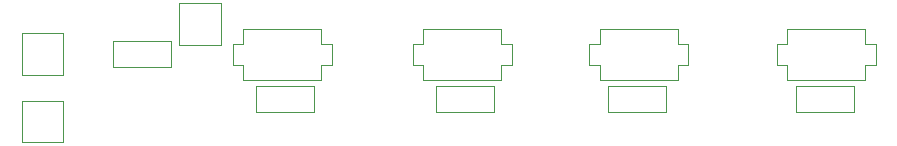
<source format=gbr>
G04 #@! TF.GenerationSoftware,KiCad,Pcbnew,5.1.4*
G04 #@! TF.CreationDate,2019-11-17T16:06:47-07:00*
G04 #@! TF.ProjectId,Prototype-PCB,50726f74-6f74-4797-9065-2d5043422e6b,rev?*
G04 #@! TF.SameCoordinates,Original*
G04 #@! TF.FileFunction,Other,User*
%FSLAX46Y46*%
G04 Gerber Fmt 4.6, Leading zero omitted, Abs format (unit mm)*
G04 Created by KiCad (PCBNEW 5.1.4) date 2019-11-17 16:06:47*
%MOMM*%
%LPD*%
G04 APERTURE LIST*
%ADD10C,0.050000*%
%ADD11C,0.120000*%
G04 APERTURE END LIST*
D10*
X106835000Y-96040000D02*
X110335000Y-96040000D01*
X106835000Y-96040000D02*
X106835000Y-99540000D01*
X110335000Y-99540000D02*
X110335000Y-96040000D01*
X110335000Y-99540000D02*
X106835000Y-99540000D01*
X93500000Y-104295000D02*
X97000000Y-104295000D01*
X93500000Y-104295000D02*
X93500000Y-107795000D01*
X97000000Y-107795000D02*
X97000000Y-104295000D01*
X97000000Y-107795000D02*
X93500000Y-107795000D01*
X97000000Y-102080000D02*
X93500000Y-102080000D01*
X97000000Y-102080000D02*
X97000000Y-98580000D01*
X93500000Y-98580000D02*
X93500000Y-102080000D01*
X93500000Y-98580000D02*
X97000000Y-98580000D01*
X113337500Y-103020000D02*
X118237500Y-103020000D01*
X113337500Y-105260000D02*
X113337500Y-103020000D01*
X118237500Y-105260000D02*
X113337500Y-105260000D01*
X118237500Y-103020000D02*
X118237500Y-105260000D01*
X133477500Y-103020000D02*
X133477500Y-105260000D01*
X133477500Y-105260000D02*
X128577500Y-105260000D01*
X128577500Y-105260000D02*
X128577500Y-103020000D01*
X128577500Y-103020000D02*
X133477500Y-103020000D01*
X143182500Y-103020000D02*
X148082500Y-103020000D01*
X143182500Y-105260000D02*
X143182500Y-103020000D01*
X148082500Y-105260000D02*
X143182500Y-105260000D01*
X148082500Y-103020000D02*
X148082500Y-105260000D01*
X163957500Y-103020000D02*
X163957500Y-105260000D01*
X163957500Y-105260000D02*
X159057500Y-105260000D01*
X159057500Y-105260000D02*
X159057500Y-103020000D01*
X159057500Y-103020000D02*
X163957500Y-103020000D01*
X106172500Y-99210000D02*
X106172500Y-101450000D01*
X106172500Y-101450000D02*
X101272500Y-101450000D01*
X101272500Y-101450000D02*
X101272500Y-99210000D01*
X101272500Y-99210000D02*
X106172500Y-99210000D01*
D11*
X118872000Y-102489000D02*
X118872000Y-102362000D01*
X112268000Y-102489000D02*
X118872000Y-102489000D01*
X112268000Y-102362000D02*
X112268000Y-102489000D01*
X112268000Y-98171000D02*
X112268000Y-98298000D01*
X118872000Y-98171000D02*
X112268000Y-98171000D01*
X118872000Y-98298000D02*
X118872000Y-98171000D01*
X118872000Y-101219000D02*
X118872000Y-102362000D01*
X119761000Y-101219000D02*
X118872000Y-101219000D01*
X119761000Y-101092000D02*
X119761000Y-101219000D01*
X118872000Y-99441000D02*
X118872000Y-98298000D01*
X119761000Y-99441000D02*
X118872000Y-99441000D01*
X119761000Y-99568000D02*
X119761000Y-99441000D01*
X112268000Y-99441000D02*
X112268000Y-98298000D01*
X111379000Y-99441000D02*
X112268000Y-99441000D01*
X111379000Y-101219000D02*
X111379000Y-99441000D01*
X112268000Y-101219000D02*
X111379000Y-101219000D01*
X112268000Y-102362000D02*
X112268000Y-101219000D01*
X119761000Y-99568000D02*
X119761000Y-101092000D01*
X135001000Y-99568000D02*
X135001000Y-101092000D01*
X127508000Y-102362000D02*
X127508000Y-101219000D01*
X127508000Y-101219000D02*
X126619000Y-101219000D01*
X126619000Y-101219000D02*
X126619000Y-99441000D01*
X126619000Y-99441000D02*
X127508000Y-99441000D01*
X127508000Y-99441000D02*
X127508000Y-98298000D01*
X135001000Y-99568000D02*
X135001000Y-99441000D01*
X135001000Y-99441000D02*
X134112000Y-99441000D01*
X134112000Y-99441000D02*
X134112000Y-98298000D01*
X135001000Y-101092000D02*
X135001000Y-101219000D01*
X135001000Y-101219000D02*
X134112000Y-101219000D01*
X134112000Y-101219000D02*
X134112000Y-102362000D01*
X134112000Y-98298000D02*
X134112000Y-98171000D01*
X134112000Y-98171000D02*
X127508000Y-98171000D01*
X127508000Y-98171000D02*
X127508000Y-98298000D01*
X127508000Y-102362000D02*
X127508000Y-102489000D01*
X127508000Y-102489000D02*
X134112000Y-102489000D01*
X134112000Y-102489000D02*
X134112000Y-102362000D01*
X149042000Y-102489000D02*
X149042000Y-102362000D01*
X142438000Y-102489000D02*
X149042000Y-102489000D01*
X142438000Y-102362000D02*
X142438000Y-102489000D01*
X142438000Y-98171000D02*
X142438000Y-98298000D01*
X149042000Y-98171000D02*
X142438000Y-98171000D01*
X149042000Y-98298000D02*
X149042000Y-98171000D01*
X149042000Y-101219000D02*
X149042000Y-102362000D01*
X149931000Y-101219000D02*
X149042000Y-101219000D01*
X149931000Y-101092000D02*
X149931000Y-101219000D01*
X149042000Y-99441000D02*
X149042000Y-98298000D01*
X149931000Y-99441000D02*
X149042000Y-99441000D01*
X149931000Y-99568000D02*
X149931000Y-99441000D01*
X142438000Y-99441000D02*
X142438000Y-98298000D01*
X141549000Y-99441000D02*
X142438000Y-99441000D01*
X141549000Y-101219000D02*
X141549000Y-99441000D01*
X142438000Y-101219000D02*
X141549000Y-101219000D01*
X142438000Y-102362000D02*
X142438000Y-101219000D01*
X149931000Y-99568000D02*
X149931000Y-101092000D01*
X165791000Y-99568000D02*
X165791000Y-101092000D01*
X158298000Y-102362000D02*
X158298000Y-101219000D01*
X158298000Y-101219000D02*
X157409000Y-101219000D01*
X157409000Y-101219000D02*
X157409000Y-99441000D01*
X157409000Y-99441000D02*
X158298000Y-99441000D01*
X158298000Y-99441000D02*
X158298000Y-98298000D01*
X165791000Y-99568000D02*
X165791000Y-99441000D01*
X165791000Y-99441000D02*
X164902000Y-99441000D01*
X164902000Y-99441000D02*
X164902000Y-98298000D01*
X165791000Y-101092000D02*
X165791000Y-101219000D01*
X165791000Y-101219000D02*
X164902000Y-101219000D01*
X164902000Y-101219000D02*
X164902000Y-102362000D01*
X164902000Y-98298000D02*
X164902000Y-98171000D01*
X164902000Y-98171000D02*
X158298000Y-98171000D01*
X158298000Y-98171000D02*
X158298000Y-98298000D01*
X158298000Y-102362000D02*
X158298000Y-102489000D01*
X158298000Y-102489000D02*
X164902000Y-102489000D01*
X164902000Y-102489000D02*
X164902000Y-102362000D01*
M02*

</source>
